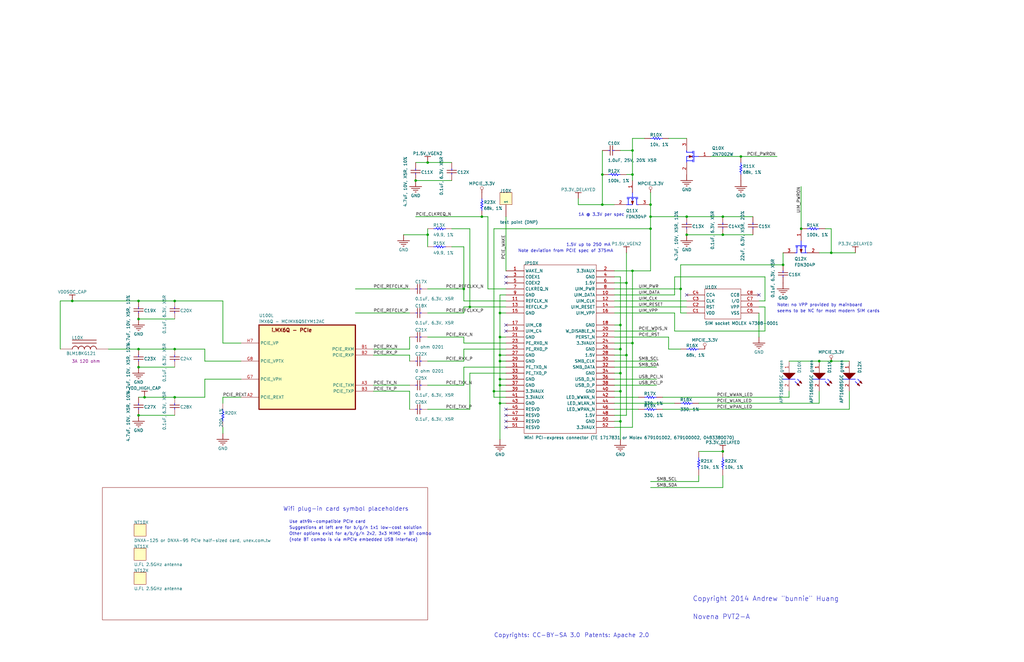
<source format=kicad_sch>
(kicad_sch (version 20230121) (generator eeschema)
  (paper "B")
  (junction (at 261.62 147.32))
  (junction (at 210.82 142.24))
  (junction (at 330.2 111.76))
  (junction (at 350.52 106.68))
  (junction (at 274.32 86.36))
  (junction (at 274.32 96.52))
  (junction (at 289.56 99.06))
  (junction (at 254 86.36))
  (junction (at 337.82 96.52))
  (junction (at 58.42 134.62))
  (junction (at 58.42 175.26))
  (junction (at 73.66 167.64))
  (junction (at 264.16 149.86))
  (junction (at 261.62 165.1))
  (junction (at 266.7 63.5))
  (junction (at 287.02 121.92))
  (junction (at 210.82 152.4))
  (junction (at 350.52 152.4))
  (junction (at 30.48 127))
  (junction (at 261.62 157.48))
  (junction (at 261.62 137.16))
  (junction (at 312.42 66.04))
  (junction (at 210.82 170.18))
  (junction (at 304.8 91.44))
  (junction (at 175.26 76.2))
  (junction (at 304.8 99.06))
  (junction (at 210.82 132.08))
  (junction (at 210.82 162.56))
  (junction (at 58.42 154.94))
  (junction (at 266.7 114.3))
  (junction (at 180.34 68.58))
  (junction (at 180.34 99.06))
  (junction (at 208.28 165.1))
  (junction (at 210.82 160.02))
  (junction (at 345.44 152.4))
  (junction (at 60.96 167.64))
  (junction (at 289.56 91.44))
  (junction (at 304.8 190.5))
  (junction (at 266.7 144.78))
  (junction (at 73.66 147.32))
  (junction (at 195.58 121.92))
  (junction (at 58.42 147.32))
  (junction (at 203.2 91.44))
  (junction (at 261.62 177.8))
  (junction (at 210.82 149.86))
  (junction (at 198.12 129.54))
  (junction (at 73.66 127))
  (junction (at 58.42 127))
  (junction (at 254 73.66))
  (junction (at 274.32 91.44))
  (junction (at 266.7 73.66))
  (junction (at 264.16 119.38))
  (no_connect (at 213.36 116.84))
  (no_connect (at 213.36 139.7))
  (no_connect (at 213.36 137.16))
  (no_connect (at 320.04 124.46))
  (no_connect (at 213.36 177.8))
  (no_connect (at 213.36 175.26))
  (no_connect (at 289.56 124.46))
  (no_connect (at 213.36 180.34))
  (no_connect (at 213.36 172.72))
  (no_connect (at 213.36 119.38))
  (wire (pts (xy 294.64 170.18) (xy 345.44 170.18)) (stroke (width 0.254)))
  (wire (pts (xy 284.48 124.46) (xy 284.48 116.84)) (stroke (width 0.254)))
  (wire (pts (xy 274.32 114.3) (xy 266.7 114.3)) (stroke (width 0.254)))
  (wire (pts (xy 259.08 152.4) (xy 276.86 152.4)) (stroke (width 0.254)))
  (wire (pts (xy 266.7 144.78) (xy 259.08 144.78)) (stroke (width 0.254)))
  (wire (pts (xy 175.26 76.2) (xy 190.5 76.2)) (stroke (width 0.254)))
  (wire (pts (xy 172.72 149.86) (xy 172.72 152.4)) (stroke (width 0.254)))
  (wire (pts (xy 195.58 121.92) (xy 195.58 104.14)) (stroke (width 0.254)))
  (wire (pts (xy 304.8 91.44) (xy 317.5 91.44)) (stroke (width 0.254)))
  (wire (pts (xy 195.58 152.4) (xy 180.34 152.4)) (stroke (width 0.254)))
  (wire (pts (xy 274.32 96.52) (xy 274.32 114.3)) (stroke (width 0.254)))
  (wire (pts (xy 259.08 170.18) (xy 284.48 170.18)) (stroke (width 0.254)))
  (wire (pts (xy 299.72 66.04) (xy 312.42 66.04)) (stroke (width 0.254)))
  (wire (pts (xy 259.08 162.56) (xy 276.86 162.56)) (stroke (width 0.254)))
  (wire (pts (xy 73.66 167.64) (xy 60.96 167.64)) (stroke (width 0.254)))
  (wire (pts (xy 172.72 165.1) (xy 172.72 172.72)) (stroke (width 0.254)))
  (wire (pts (xy 330.2 111.76) (xy 330.2 106.68)) (stroke (width 0.254)))
  (wire (pts (xy 264.16 119.38) (xy 259.08 119.38)) (stroke (width 0.254)))
  (wire (pts (xy 337.82 96.52) (xy 337.82 78.74)) (stroke (width 0.254)))
  (wire (pts (xy 157.48 165.1) (xy 172.72 165.1)) (stroke (width 0.254)))
  (wire (pts (xy 93.98 127) (xy 93.98 144.78)) (stroke (width 0.254)))
  (wire (pts (xy 210.82 162.56) (xy 213.36 162.56)) (stroke (width 0.254)))
  (wire (pts (xy 264.16 175.26) (xy 264.16 149.86)) (stroke (width 0.254)))
  (wire (pts (xy 195.58 162.56) (xy 195.58 154.94)) (stroke (width 0.254)))
  (wire (pts (xy 172.72 121.92) (xy 149.86 121.92)) (stroke (width 0.254)))
  (wire (pts (xy 210.82 132.08) (xy 213.36 132.08)) (stroke (width 0.254)))
  (wire (pts (xy 347.98 96.52) (xy 350.52 96.52)) (stroke (width 0.254)))
  (wire (pts (xy 261.62 157.48) (xy 261.62 147.32)) (stroke (width 0.254)))
  (wire (pts (xy 259.08 142.24) (xy 281.94 142.24)) (stroke (width 0.254)))
  (wire (pts (xy 266.7 76.2) (xy 266.7 73.66)) (stroke (width 0.254)))
  (wire (pts (xy 213.36 160.02) (xy 210.82 160.02)) (stroke (width 0.254)))
  (wire (pts (xy 198.12 129.54) (xy 198.12 96.52)) (stroke (width 0.254)))
  (wire (pts (xy 289.56 91.44) (xy 304.8 91.44)) (stroke (width 0.254)))
  (wire (pts (xy 259.08 147.32) (xy 261.62 147.32)) (stroke (width 0.254)))
  (wire (pts (xy 269.24 172.72) (xy 259.08 172.72)) (stroke (width 0.254)))
  (wire (pts (xy 274.32 91.44) (xy 289.56 91.44)) (stroke (width 0.254)))
  (wire (pts (xy 243.84 86.36) (xy 243.84 83.82)) (stroke (width 0.254)))
  (wire (pts (xy 345.44 152.4) (xy 350.52 152.4)) (stroke (width 0.254)))
  (wire (pts (xy 73.66 147.32) (xy 86.36 147.32)) (stroke (width 0.254)))
  (wire (pts (xy 332.74 167.64) (xy 332.74 165.1)) (stroke (width 0.254)))
  (wire (pts (xy 274.32 203.2) (xy 294.64 203.2)) (stroke (width 0.254)))
  (wire (pts (xy 259.08 129.54) (xy 289.56 129.54)) (stroke (width 0.254)))
  (wire (pts (xy 198.12 157.48) (xy 198.12 172.72)) (stroke (width 0.254)))
  (wire (pts (xy 259.08 154.94) (xy 276.86 154.94)) (stroke (width 0.254)))
  (wire (pts (xy 312.42 66.04) (xy 327.66 66.04)) (stroke (width 0.254)))
  (wire (pts (xy 274.32 91.44) (xy 274.32 96.52)) (stroke (width 0.254)))
  (wire (pts (xy 304.8 205.74) (xy 304.8 200.66)) (stroke (width 0.254)))
  (wire (pts (xy 175.26 68.58) (xy 180.34 68.58)) (stroke (width 0.254)))
  (wire (pts (xy 101.6 160.02) (xy 86.36 160.02)) (stroke (width 0.254)))
  (wire (pts (xy 157.48 147.32) (xy 172.72 147.32)) (stroke (width 0.254)))
  (wire (pts (xy 172.72 132.08) (xy 149.86 132.08)) (stroke (width 0.254)))
  (wire (pts (xy 259.08 86.36) (xy 254 86.36)) (stroke (width 0.254)))
  (wire (pts (xy 93.98 170.18) (xy 93.98 167.64)) (stroke (width 0.254)))
  (wire (pts (xy 203.2 91.44) (xy 175.26 91.44)) (stroke (width 0.254)))
  (wire (pts (xy 259.08 121.92) (xy 287.02 121.92)) (stroke (width 0.254)))
  (wire (pts (xy 210.82 152.4) (xy 213.36 152.4)) (stroke (width 0.254)))
  (wire (pts (xy 30.48 127) (xy 58.42 127)) (stroke (width 0.254)))
  (wire (pts (xy 287.02 121.92) (xy 287.02 111.76)) (stroke (width 0.254)))
  (wire (pts (xy 279.4 172.72) (xy 358.14 172.72)) (stroke (width 0.254)))
  (wire (pts (xy 259.08 132.08) (xy 284.48 132.08)) (stroke (width 0.254)))
  (wire (pts (xy 157.48 149.86) (xy 172.72 149.86)) (stroke (width 0.254)))
  (wire (pts (xy 195.58 104.14) (xy 190.5 104.14)) (stroke (width 0.254)))
  (wire (pts (xy 180.34 104.14) (xy 180.34 99.06)) (stroke (width 0.254)))
  (wire (pts (xy 345.44 106.68) (xy 350.52 106.68)) (stroke (width 0.254)))
  (wire (pts (xy 58.42 175.26) (xy 73.66 175.26)) (stroke (width 0.254)))
  (wire (pts (xy 304.8 99.06) (xy 289.56 99.06)) (stroke (width 0.254)))
  (wire (pts (xy 210.82 152.4) (xy 210.82 149.86)) (stroke (width 0.254)))
  (wire (pts (xy 208.28 167.64) (xy 208.28 165.1)) (stroke (width 0.254)))
  (wire (pts (xy 269.24 167.64) (xy 259.08 167.64)) (stroke (width 0.254)))
  (wire (pts (xy 294.64 203.2) (xy 294.64 200.66)) (stroke (width 0.254)))
  (wire (pts (xy 266.7 58.42) (xy 271.78 58.42)) (stroke (width 0.254)))
  (wire (pts (xy 25.4 127) (xy 30.48 127)) (stroke (width 0.254)))
  (wire (pts (xy 259.08 157.48) (xy 261.62 157.48)) (stroke (width 0.254)))
  (wire (pts (xy 213.36 114.3) (xy 213.36 91.44)) (stroke (width 0.254)))
  (wire (pts (xy 261.62 177.8) (xy 261.62 165.1)) (stroke (width 0.254)))
  (wire (pts (xy 274.32 205.74) (xy 304.8 205.74)) (stroke (width 0.254)))
  (wire (pts (xy 287.02 121.92) (xy 287.02 132.08)) (stroke (width 0.254)))
  (wire (pts (xy 264.16 149.86) (xy 264.16 119.38)) (stroke (width 0.254)))
  (wire (pts (xy 195.58 144.78) (xy 213.36 144.78)) (stroke (width 0.254)))
  (wire (pts (xy 210.82 149.86) (xy 210.82 142.24)) (stroke (width 0.254)))
  (wire (pts (xy 350.52 152.4) (xy 358.14 152.4)) (stroke (width 0.254)))
  (wire (pts (xy 274.32 81.28) (xy 274.32 86.36)) (stroke (width 0.254)))
  (wire (pts (xy 259.08 137.16) (xy 261.62 137.16)) (stroke (width 0.254)))
  (wire (pts (xy 259.08 165.1) (xy 261.62 165.1)) (stroke (width 0.254)))
  (wire (pts (xy 86.36 152.4) (xy 101.6 152.4)) (stroke (width 0.254)))
  (wire (pts (xy 266.7 63.5) (xy 266.7 58.42)) (stroke (width 0.254)))
  (wire (pts (xy 266.7 180.34) (xy 266.7 144.78)) (stroke (width 0.254)))
  (wire (pts (xy 210.82 170.18) (xy 210.82 162.56)) (stroke (width 0.254)))
  (wire (pts (xy 213.36 129.54) (xy 198.12 129.54)) (stroke (width 0.254)))
  (wire (pts (xy 279.4 167.64) (xy 332.74 167.64)) (stroke (width 0.254)))
  (wire (pts (xy 86.36 147.32) (xy 86.36 152.4)) (stroke (width 0.254)))
  (wire (pts (xy 320.04 132.08) (xy 320.04 142.24)) (stroke (width 0.254)))
  (wire (pts (xy 60.96 167.64) (xy 58.42 167.64)) (stroke (width 0.254)))
  (wire (pts (xy 195.58 129.54) (xy 195.58 132.08)) (stroke (width 0.254)))
  (wire (pts (xy 172.72 147.32) (xy 172.72 142.24)) (stroke (width 0.254)))
  (wire (pts (xy 264.16 119.38) (xy 264.16 106.68)) (stroke (width 0.254)))
  (wire (pts (xy 350.52 96.52) (xy 350.52 106.68)) (stroke (width 0.254)))
  (wire (pts (xy 284.48 132.08) (xy 284.48 139.7)) (stroke (width 0.254)))
  (wire (pts (xy 322.58 116.84) (xy 322.58 127)) (stroke (width 0.254)))
  (wire (pts (xy 294.64 190.5) (xy 304.8 190.5)) (stroke (width 0.254)))
  (wire (pts (xy 210.82 149.86) (xy 213.36 149.86)) (stroke (width 0.254)))
  (wire (pts (xy 259.08 124.46) (xy 284.48 124.46)) (stroke (width 0.254)))
  (wire (pts (xy 322.58 139.7) (xy 322.58 129.54)) (stroke (width 0.254)))
  (wire (pts (xy 180.34 162.56) (xy 195.58 162.56)) (stroke (width 0.254)))
  (wire (pts (xy 213.36 157.48) (xy 198.12 157.48)) (stroke (width 0.254)))
  (wire (pts (xy 287.02 132.08) (xy 289.56 132.08)) (stroke (width 0.254)))
  (wire (pts (xy 58.42 127) (xy 73.66 127)) (stroke (width 0.254)))
  (wire (pts (xy 287.02 111.76) (xy 330.2 111.76)) (stroke (width 0.254)))
  (wire (pts (xy 281.94 142.24) (xy 281.94 147.32)) (stroke (width 0.254)))
  (wire (pts (xy 195.58 147.32) (xy 195.58 152.4)) (stroke (width 0.254)))
  (wire (pts (xy 93.98 182.88) (xy 93.98 180.34)) (stroke (width 0.254)))
  (wire (pts (xy 259.08 127) (xy 289.56 127)) (stroke (width 0.254)))
  (wire (pts (xy 58.42 134.62) (xy 73.66 134.62)) (stroke (width 0.254)))
  (wire (pts (xy 210.82 142.24) (xy 210.82 132.08)) (stroke (width 0.254)))
  (wire (pts (xy 195.58 121.92) (xy 195.58 127)) (stroke (width 0.254)))
  (wire (pts (xy 254 73.66) (xy 254 86.36)) (stroke (width 0.254)))
  (wire (pts (xy 180.34 99.06) (xy 170.18 99.06)) (stroke (width 0.254)))
  (wire (pts (xy 266.7 73.66) (xy 266.7 63.5)) (stroke (width 0.254)))
  (wire (pts (xy 266.7 114.3) (xy 266.7 144.78)) (stroke (width 0.254)))
  (wire (pts (xy 259.08 114.3) (xy 266.7 114.3)) (stroke (width 0.254)))
  (wire (pts (xy 210.82 124.46) (xy 213.36 124.46)) (stroke (width 0.254)))
  (wire (pts (xy 195.58 142.24) (xy 195.58 144.78)) (stroke (width 0.254)))
  (wire (pts (xy 281.94 58.42) (xy 289.56 58.42)) (stroke (width 0.254)))
  (wire (pts (xy 198.12 96.52) (xy 190.5 96.52)) (stroke (width 0.254)))
  (wire (pts (xy 210.82 170.18) (xy 210.82 185.42)) (stroke (width 0.254)))
  (wire (pts (xy 317.5 99.06) (xy 304.8 99.06)) (stroke (width 0.254)))
  (wire (pts (xy 86.36 167.64) (xy 73.66 167.64)) (stroke (width 0.254)))
  (wire (pts (xy 210.82 132.08) (xy 210.82 124.46)) (stroke (width 0.254)))
  (wire (pts (xy 210.82 160.02) (xy 210.82 162.56)) (stroke (width 0.254)))
  (wire (pts (xy 210.82 160.02) (xy 210.82 152.4)) (stroke (width 0.254)))
  (wire (pts (xy 93.98 167.64) (xy 101.6 167.64)) (stroke (width 0.254)))
  (wire (pts (xy 213.36 147.32) (xy 195.58 147.32)) (stroke (width 0.254)))
  (wire (pts (xy 210.82 142.24) (xy 213.36 142.24)) (stroke (width 0.254)))
  (wire (pts (xy 259.08 177.8) (xy 261.62 177.8)) (stroke (width 0.254)))
  (wire (pts (xy 58.42 154.94) (xy 73.66 154.94)) (stroke (width 0.254)))
  (wire (pts (xy 259.08 180.34) (xy 266.7 180.34)) (stroke (width 0.254)))
  (wire (pts (xy 274.32 96.52) (xy 208.28 96.52)) (stroke (width 0.254)))
  (wire (pts (xy 358.14 172.72) (xy 358.14 165.1)) (stroke (width 0.254)))
  (wire (pts (xy 198.12 172.72) (xy 180.34 172.72)) (stroke (width 0.254)))
  (wire (pts (xy 332.74 152.4) (xy 345.44 152.4)) (stroke (width 0.254)))
  (wire (pts (xy 93.98 144.78) (xy 101.6 144.78)) (stroke (width 0.254)))
  (wire (pts (xy 195.58 154.94) (xy 213.36 154.94)) (stroke (width 0.254)))
  (wire (pts (xy 208.28 96.52) (xy 208.28 165.1)) (stroke (width 0.254)))
  (wire (pts (xy 259.08 175.26) (xy 264.16 175.26)) (stroke (width 0.254)))
  (wire (pts (xy 205.74 91.44) (xy 203.2 91.44)) (stroke (width 0.254)))
  (wire (pts (xy 281.94 147.32) (xy 287.02 147.32)) (stroke (width 0.254)))
  (wire (pts (xy 261.62 137.16) (xy 261.62 116.84)) (stroke (width 0.254)))
  (wire (pts (xy 73.66 127) (xy 93.98 127)) (stroke (width 0.254)))
  (wire (pts (xy 261.62 63.5) (xy 266.7 63.5)) (stroke (width 0.254)))
  (wire (pts (xy 254 86.36) (xy 243.84 86.36)) (stroke (width 0.254)))
  (wire (pts (xy 86.36 160.02) (xy 86.36 167.64)) (stroke (width 0.254)))
  (wire (pts (xy 345.44 170.18) (xy 345.44 165.1)) (stroke (width 0.254)))
  (wire (pts (xy 259.08 160.02) (xy 276.86 160.02)) (stroke (width 0.254)))
  (wire (pts (xy 213.36 170.18) (xy 210.82 170.18)) (stroke (width 0.254)))
  (wire (pts (xy 180.34 121.92) (xy 195.58 121.92)) (stroke (width 0.254)))
  (wire (pts (xy 208.28 165.1) (xy 213.36 165.1)) (stroke (width 0.254)))
  (wire (pts (xy 195.58 127) (xy 213.36 127)) (stroke (width 0.254)))
  (wire (pts (xy 261.62 165.1) (xy 261.62 157.48)) (stroke (width 0.254)))
  (wire (pts (xy 157.48 162.56) (xy 172.72 162.56)) (stroke (width 0.254)))
  (wire (pts (xy 213.36 121.92) (xy 205.74 121.92)) (stroke (width 0.254)))
  (wire (pts (xy 25.4 147.32) (xy 25.4 127)) (stroke (width 0.254)))
  (wire (pts (xy 350.52 106.68) (xy 360.68 106.68)) (stroke (width 0.254)))
  (wire (pts (xy 180.34 68.58) (xy 190.5 68.58)) (stroke (width 0.254)))
  (wire (pts (xy 264.16 149.86) (xy 259.08 149.86)) (stroke (width 0.254)))
  (wire (pts (xy 180.34 142.24) (xy 195.58 142.24)) (stroke (width 0.254)))
  (wire (pts (xy 261.62 116.84) (xy 259.08 116.84)) (stroke (width 0.254)))
  (wire (pts (xy 195.58 132.08) (xy 180.34 132.08)) (stroke (width 0.254)))
  (wire (pts (xy 45.72 147.32) (xy 58.42 147.32)) (stroke (width 0.254)))
  (wire (pts (xy 284.48 139.7) (xy 322.58 139.7)) (stroke (width 0.254)))
  (wire (pts (xy 261.62 147.32) (xy 261.62 137.16)) (stroke (width 0.254)))
  (wire (pts (xy 205.74 121.92) (xy 205.74 91.44)) (stroke (width 0.254)))
  (wire (pts (xy 259.08 139.7) (xy 276.86 139.7)) (stroke (width 0.254)))
  (wire (pts (xy 284.48 116.84) (xy 322.58 116.84)) (stroke (width 0.254)))
  (wire (pts (xy 180.34 99.06) (xy 180.34 96.52)) (stroke (width 0.254)))
  (wire (pts (xy 266.7 73.66) (xy 264.16 73.66)) (stroke (width 0.254)))
  (wire (pts (xy 322.58 127) (xy 320.04 127)) (stroke (width 0.254)))
  (wire (pts (xy 58.42 147.32) (xy 73.66 147.32)) (stroke (width 0.254)))
  (wire (pts (xy 213.36 167.64) (xy 208.28 167.64)) (stroke (width 0.254)))
  (wire (pts (xy 198.12 129.54) (xy 195.58 129.54)) (stroke (width 0.254)))
  (wire (pts (xy 274.32 86.36) (xy 274.32 91.44)) (stroke (width 0.254)))
  (wire (pts (xy 254 63.5) (xy 254 73.66)) (stroke (width 0.254)))
  (wire (pts (xy 261.62 177.8) (xy 261.62 185.42)) (stroke (width 0.254)))
  (wire (pts (xy 322.58 129.54) (xy 320.04 129.54)) (stroke (width 0.254)))
  (rectangle (start 180.34 205.74) (end 43.18 261.62) (stroke (width 0) (color 128 0 0 1)))
  (text "1A @ 3.3V per spec" (at 243.84 91.44 0) (effects (font (size 1.27 1.27)) (justify left bottom)))
  (text "Novena PVT2-A" (at 292.1 261.62 0) (effects (font (size 2.032 2.032)) (justify left bottom)))
  (text "Use ath9k-compatible PCIe card" (at 121.92 220.98 0) (effects (font (size 1.27 1.27)) (justify left bottom)))
  (text "Other options exist for a/b/g/n 2x2, 3x3 MIMO + BT combo" (at 121.92 226.06 0) (effects (font (size 1.27 1.27)) (justify left bottom)))
  (text "Copyright 2014 Andrew \"bunnie\" Huang" (at 292.1 254 0) (effects (font (size 2.032 2.032)) (justify left bottom)))
  (text "Note: no VPP provided by mainboard" (at 327.66 129.54 0) (effects (font (size 1.27 1.27)) (justify left bottom)))
  (text "1.5V up to 250 mA" (at 238.76 104.14 0) (effects (font (size 1.27 1.27)) (justify left bottom)))
  (text "Note deviation from PCIE spec of 375mA" (at 218.44 106.68 0) (effects (font (size 1.27 1.27)) (justify left bottom)))
  (text "seems to be NC for most modern SIM cards" (at 327.66 132.08 0) (effects (font (size 1.27 1.27)) (justify left bottom)))
  (text "(note BT combo is via mPCIe embedded USB interface)" (at 121.92 228.6 0) (effects (font (size 1.27 1.27)) (justify left bottom)))
  (text "Copyrights: CC-BY-SA 3.0" (at 208.28 269.24 0) (effects (font (size 1.778 1.778)) (justify left bottom)))
  (text "Suggestions at left are for b/g/n 1x1 low-cost solution" (at 121.92 223.52 0) (effects (font (size 1.27 1.27)) (justify left bottom)))
  (text "Wifi plug-in card symbol placeholders" (at 119.38 215.9 0) (effects (font (size 1.778 1.778)) (justify left bottom)))
  (text "Patents: Apache 2.0" (at 246.38 269.24 0) (effects (font (size 1.778 1.778)) (justify left bottom)))
  (label "PCIE_WDIS_N" (at 269.24 139.7 0))
  (label "UIM_VPP" (at 269.24 132.08 0))
  (label "PCIE_REFCLK_N" (at 157.48 121.92 0))
  (label "PCIE_PWRON" (at 314.96 66.04 0))
  (label "SMB_SDA" (at 269.24 154.94 0))
  (label "PCIE_WAKE" (at 213.36 99.06 270))
  (label "SMB_SCL" (at 269.24 152.4 0))
  (label "UIM_CLK" (at 269.24 127 0))
  (label "PCIE_WWAN_LED" (at 302.26 167.64 0))
  (label "UIM_PWRON" (at 337.82 78.74 270))
  (label "PCIE_TX_N" (at 157.48 162.56 0))
  (label "PCIE_RST" (at 269.24 142.24 0))
  (label "PCIE_REFCLK_P" (at 157.48 132.08 0))
  (label "PCIE_CLKREQ_N" (at 175.26 91.44 0))
  (label "PCIE_WPAN_LED" (at 302.26 172.72 0))
  (label "PCIE_REXT" (at 93.98 167.64 0))
  (label "PCIE_REFCLKX_P" (at 187.96 132.08 0))
  (label "USB_PCI_N" (at 269.24 160.02 0))
  (label "PCIE_RXX_N" (at 187.96 142.24 0))
  (label "PCIE_RX_P" (at 157.48 149.86 0))
  (label "SMB_SCL" (at 276.86 203.2 0))
  (label "UIM_RESET" (at 269.24 129.54 0))
  (label "PCIE_TXX_N" (at 187.96 162.56 0))
  (label "PCIE_TX_P" (at 157.48 165.1 0))
  (label "USB_PCI_P" (at 269.24 162.56 0))
  (label "UIM_PWR" (at 269.24 121.92 0))
  (label "PCIE_RX_N" (at 157.48 147.32 0))
  (label "PCIE_RXX_P" (at 187.96 152.4 0))
  (label "UIM_DATA" (at 269.24 124.46 0))
  (label "PCIE_TXX_P" (at 187.96 172.72 0))
  (label "PCIE_REFCLKX_N" (at 187.96 121.92 0))
  (label "SMB_SDA" (at 276.86 205.74 0))
  (label "PCIE_WLAN_LED" (at 302.26 170.18 0))
  (symbol (lib_id "novena_pvt2_KiCAD-altium-import:12mPCIe_3_Cap Semi") (at 60.96 129.54 0) (unit 1)
    (property "Reference" "C19X" (at 60.706 131.826 0) (effects (justify left bottom)))
    (property "Value" "4.7uF, 10V, X5R, 10%" (at 53.34 124.46 90) (effects (justify right top)))
    (property "PUBLISHED" "8-Jun-2000" (effects hide))
    (property "LATESTREVISIONDATE" "17-Jul-2002" (effects hide))
    (property "LATESTREVISIONNOTE" "Re-released for DXP Platform." (effects hide))
    (property "PACKAGEREFERENCE" "C1206" (effects hide))
    (property "PUBLISHER" "Altium Limited" (effects hide))
  )
  (symbol (lib_id "novena_pvt2_KiCAD-altium-import:MPCIE_3.3V") (at 350.52 152.4 180) (unit 1)
    (property "Reference" "#PWR?" (effects hide))
    (property "Value" "MPCIE_3.3V" (at 350.52 148.59 0))
  )
  (symbol (lib_id "novena_pvt2_KiCAD-altium-import:12mPCIe_3_Cap Semi") (at 332.74 114.3 0) (unit 1)
    (property "Reference" "C16X" (at 332.486 116.586 0) (effects (justify left bottom)))
    (property "Value" "0.1uF, 6.3V, X5R" (at 325.12 109.22 90) (effects (justify right top)))
    (property "Footprint" "CAPC0603N_B" (effects hide))
    (property "PUBLISHED" "8-Jun-2000" (effects hide))
    (property "LATESTREVISIONDATE" "17-Jul-2002" (effects hide))
    (property "LATESTREVISIONNOTE" "Re-released for DXP Platform." (effects hide))
    (property "PACKAGEREFERENCE" "C1206" (effects hide))
    (property "PUBLISHER" "Altium Limited" (effects hide))
  )
  (symbol (lib_id "novena_pvt2_KiCAD-altium-import:GND") (at 58.42 175.26 0) (unit 1)
    (property "Reference" "#PWR?" (effects hide))
    (property "Value" "GND" (at 58.42 181.61 0))
  )
  (symbol (lib_id "novena_pvt2_KiCAD-altium-import:12mPCIe_0_PCIMX6Q6VV1A") (at 109.22 137.16 0) (unit 12)
    (property "Reference" "U100" (at 109.22 133.858 0) (effects (justify left bottom)))
    (property "Value" "iMX6Q - MCIMX6Q5EYM12AC" (at 109.22 136.398 0) (effects (justify left bottom)))
    (property "AGILE_PN" "TMP-WF-14526" (effects hide))
    (property "MFG_NAME01" "Freescale Semiconductor" (effects hide))
    (property "MFG_PN01" "PCIMX6Q6VV1A" (effects hide))
    (property "ROHS" "Yes" (effects hide))
    (property "PRE_APN" "344-01218" (effects hide))
    (property "HEIGHT" "2.16MM" (effects hide))
  )
  (symbol (lib_id "novena_pvt2_KiCAD-altium-import:P1.5V_VGEN2") (at 264.16 106.68 180) (unit 1)
    (property "Reference" "#PWR?" (effects hide))
    (property "Value" "P1.5V_VGEN2" (at 264.16 102.87 0))
  )
  (symbol (lib_id "novena_pvt2_KiCAD-altium-import:12mPCIe_1_CON1") (at 210.82 86.36 0) (unit 1)
    (property "Reference" "J10X" (at 210.82 81.28 0) (effects (justify left bottom)))
    (property "Value" "test point (DNP)" (at 210.82 94.488 0) (effects (justify left bottom)))
    (property "Footprint" "TP_SMT_38mil" (effects hide))
  )
  (symbol (lib_id "novena_pvt2_KiCAD-altium-import:12mPCIe_2_Cap Semi") (at 259.08 66.04 0) (unit 1)
    (property "Reference" "C10X" (at 256.286 61.214 0) (effects (justify left bottom)))
    (property "Value" "1.0uF, 25V, 20% X5R" (at 256.286 68.401 0) (effects (justify left bottom)))
    (property "Footprint" "CAPC1608N" (effects hide))
    (property "PUBLISHED" "8-Jun-2000" (effects hide))
    (property "LATESTREVISIONDATE" "17-Jul-2002" (effects hide))
    (property "LATESTREVISIONNOTE" "Re-released for DXP Platform." (effects hide))
    (property "PACKAGEREFERENCE" "C1206" (effects hide))
    (property "PUBLISHER" "Altium Limited" (effects hide))
  )
  (symbol (lib_id "novena_pvt2_KiCAD-altium-import:12mPCIe_3_Res1") (at 314.96 68.58 0) (unit 1)
    (property "Reference" "R11X" (at 313.182 70.866 0) (effects (justify left bottom)))
    (property "Value" "68k, 1%" (at 313.182 73.406 0) (effects (justify left bottom)))
    (property "Footprint" "RESC1005N" (effects hide))
    (property "PUBLISHED" "8-Jun-2000" (effects hide))
    (property "LATESTREVISIONDATE" "17-Jul-2002" (effects hide))
    (property "LATESTREVISIONNOTE" "Re-released for DXP Platform." (effects hide))
    (property "PACKAGEREFERENCE" "AXIAL-0.3" (effects hide))
    (property "PUBLISHER" "Altium Limited" (effects hide))
    (property "ALTIUM_VALUE" "100k" (effects hide))
  )
  (symbol (lib_id "novena_pvt2_KiCAD-altium-import:12mPCIe_0_NOTE") (at 56.515 226.252 0) (unit 1)
    (property "Reference" "NT10X" (at 56.515 221.172 0) (effects (justify left bottom)))
    (property "Value" "DNXA-125 or DNXA-95 PCIe half-sized card, unex.com.tw" (at 56.515 228.792 0) (effects (justify left bottom)))
  )
  (symbol (lib_id "novena_pvt2_KiCAD-altium-import:12mPCIe_3_mirrored_MOSFET-P") (at 335.28 101.6 0) (unit 1)
    (property "Reference" "Q12X" (at 335.026 109.982 0) (effects (justify left bottom)))
    (property "Value" "FDN304P" (at 335.026 112.522 0) (effects (justify left bottom)))
    (property "Footprint" "SOT23-3N" (effects hide))
    (property "PUBLISHED" "8-Jun-2000" (effects hide))
    (property "LATESTREVISIONDATE" "17-Jul-2002" (effects hide))
    (property "LATESTREVISIONNOTE" "Re-released for DXP Platform." (effects hide))
    (property "PACKAGEVERSION" "1995/1996" (effects hide))
    (property "PACKAGEREFERENCE" "E3" (effects hide))
    (property "PUBLISHER" "Altium Limited" (effects hide))
    (property "PACKAGEDESCRIPTION" "TO, Flat Index; 3 In-Line, Axial Leads; Body Dia. 4.6mm; Lead Dia. 0.5 mm (max)" (effects hide))
  )
  (symbol (lib_id "novena_pvt2_KiCAD-altium-import:12mPCIe_3_Cap Semi") (at 307.34 93.98 0) (unit 1)
    (property "Reference" "C14X" (at 307.086 96.266 0) (effects (justify left bottom)))
    (property "Value" "0.1uF, 6.3V, X5R" (at 299.72 88.9 90) (effects (justify right top)))
    (property "Footprint" "CAPC0603N_B" (effects hide))
    (property "PUBLISHED" "8-Jun-2000" (effects hide))
    (property "LATESTREVISIONDATE" "17-Jul-2002" (effects hide))
    (property "LATESTREVISIONNOTE" "Re-released for DXP Platform." (effects hide))
    (property "PACKAGEREFERENCE" "C1206" (effects hide))
    (property "PUBLISHER" "Altium Limited" (effects hide))
  )
  (symbol (lib_id "novena_pvt2_KiCAD-altium-import:12mPCIe_1_Res1") (at 292.1 198.12 0) (unit 1)
    (property "Reference" "R21X" (at 295.402 195.326 0) (effects (justify left bottom)))
    (property "Value" "10k, 1%" (at 295.402 197.866 0) (effects (justify left bottom)))
    (property "PUBLISHED" "8-Jun-2000" (effects hide))
    (property "LATESTREVISIONDATE" "17-Jul-2002" (effects hide))
    (property "LATESTREVISIONNOTE" "Re-released for DXP Platform." (effects hide))
    (property "PACKAGEREFERENCE" "AXIAL-0.3" (effects hide))
    (property "PUBLISHER" "Altium Limited" (effects hide))
    (property "ALTIUM_VALUE" "100k" (effects hide))
  )
  (symbol (lib_id "novena_pvt2_KiCAD-altium-import:VDDSOC_CAP") (at 30.48 127 180) (unit 1)
    (property "Reference" "#PWR?" (effects hide))
    (property "Value" "VDDSOC_CAP" (at 30.48 123.19 0))
  )
  (symbol (lib_id "novena_pvt2_KiCAD-altium-import:12mPCIe_0_Res1") (at 287.02 167.64 0) (unit 1)
    (property "Reference" "R18X" (at 286.766 169.418 0) (effects (justify left bottom)))
    (property "Value" "330, 1%" (at 286.766 173.482 0) (effects (justify left bottom)))
    (property "Footprint" "RESC1005N" (effects hide))
    (property "PUBLISHED" "8-Jun-2000" (effects hide))
    (property "LATESTREVISIONDATE" "17-Jul-2002" (effects hide))
    (property "LATESTREVISIONNOTE" "Re-released for DXP Platform." (effects hide))
    (property "PACKAGEREFERENCE" "AXIAL-0.3" (effects hide))
    (property "PUBLISHER" "Altium Limited" (effects hide))
    (property "ALTIUM_VALUE" "100k" (effects hide))
  )
  (symbol (lib_id "novena_pvt2_KiCAD-altium-import:12mPCIe_1_Res1") (at 302.26 198.12 0) (unit 1)
    (property "Reference" "R22X" (at 305.562 195.326 0) (effects (justify left bottom)))
    (property "Value" "10k, 1%" (at 305.562 197.866 0) (effects (justify left bottom)))
    (property "Footprint" "RESC1005N" (effects hide))
    (property "PUBLISHED" "8-Jun-2000" (effects hide))
    (property "LATESTREVISIONDATE" "17-Jul-2002" (effects hide))
    (property "LATESTREVISIONNOTE" "Re-released for DXP Platform." (effects hide))
    (property "PACKAGEREFERENCE" "AXIAL-0.3" (effects hide))
    (property "PUBLISHER" "Altium Limited" (effects hide))
    (property "ALTIUM_VALUE" "100k" (effects hide))
  )
  (symbol (lib_id "novena_pvt2_KiCAD-altium-import:P3.3V_DELAYED") (at 360.68 106.68 180) (unit 1)
    (property "Reference" "#PWR?" (effects hide))
    (property "Value" "P3.3V_DELAYED" (at 360.68 102.87 0))
  )
  (symbol (lib_id "novena_pvt2_KiCAD-altium-import:12mPCIe_2_Cap Semi") (at 177.8 144.78 0) (unit 1)
    (property "Reference" "C21X" (at 175.006 139.954 0) (effects (justify left bottom)))
    (property "Value" "0 ohm 0201" (at 175.006 147.141 0) (effects (justify left bottom)))
    (property "Footprint" "CAPC0603N_B" (effects hide))
    (property "PUBLISHED" "8-Jun-2000" (effects hide))
    (property "LATESTREVISIONDATE" "17-Jul-2002" (effects hide))
    (property "LATESTREVISIONNOTE" "Re-released for DXP Platform." (effects hide))
    (property "PACKAGEREFERENCE" "C1206" (effects hide))
    (property "PUBLISHER" "Altium Limited" (effects hide))
  )
  (symbol (lib_id "novena_pvt2_KiCAD-altium-import:MPCIE_3.3V") (at 274.32 81.28 180) (unit 1)
    (property "Reference" "#PWR?" (effects hide))
    (property "Value" "MPCIE_3.3V" (at 274.32 77.47 0))
  )
  (symbol (lib_id "novena_pvt2_KiCAD-altium-import:GND") (at 58.42 154.94 0) (unit 1)
    (property "Reference" "#PWR?" (effects hide))
    (property "Value" "GND" (at 58.42 161.29 0))
  )
  (symbol (lib_id "novena_pvt2_KiCAD-altium-import:12mPCIe_2_Cap Semi") (at 177.8 175.26 0) (unit 1)
    (property "Reference" "C26X" (at 175.006 170.434 0) (effects (justify left bottom)))
    (property "Value" "0.1uF, 6.3V, X5R" (at 175.006 177.621 0) (effects (justify left bottom)))
    (property "Footprint" "CAPC0603N_B" (effects hide))
    (property "PUBLISHED" "8-Jun-2000" (effects hide))
    (property "LATESTREVISIONDATE" "17-Jul-2002" (effects hide))
    (property "LATESTREVISIONNOTE" "Re-released for DXP Platform." (effects hide))
    (property "PACKAGEREFERENCE" "C1206" (effects hide))
    (property "PUBLISHER" "Altium Limited" (effects hide))
  )
  (symbol (lib_id "novena_pvt2_KiCAD-altium-import:GND") (at 312.42 76.2 0) (unit 1)
    (property "Reference" "#PWR?" (effects hide))
    (property "Value" "GND" (at 312.42 82.55 0))
  )
  (symbol (lib_id "novena_pvt2_KiCAD-altium-import:12mPCIe_3_Cap Semi") (at 320.04 93.98 0) (unit 1)
    (property "Reference" "C15X" (at 319.786 96.266 0) (effects (justify left bottom)))
    (property "Value" "22uF, 6.3V, X5R, 20%" (at 312.42 88.9 90) (effects (justify right top)))
    (property "Footprint" "CAPC1608N_HD" (effects hide))
    (property "PUBLISHED" "8-Jun-2000" (effects hide))
    (property "LATESTREVISIONDATE" "17-Jul-2002" (effects hide))
    (property "LATESTREVISIONNOTE" "Re-released for DXP Platform." (effects hide))
    (property "PACKAGEREFERENCE" "C1206" (effects hide))
    (property "PUBLISHER" "Altium Limited" (effects hide))
  )
  (symbol (lib_id "novena_pvt2_KiCAD-altium-import:VDD_HIGH_CAP") (at 60.96 167.64 180) (unit 1)
    (property "Reference" "#PWR?" (effects hide))
    (property "Value" "VDD_HIGH_CAP" (at 60.96 163.83 0))
  )
  (symbol (lib_id "novena_pvt2_KiCAD-altium-import:12mPCIe_3_Cap Semi") (at 60.96 170.18 0) (unit 1)
    (property "Reference" "C27X" (at 60.706 172.466 0) (effects (justify left bottom)))
    (property "Value" "4.7uF, 10V, X5R, 10%" (at 53.34 165.1 90) (effects (justify right top)))
    (property "Footprint" "CAPC1608N_HD" (effects hide))
    (property "PUBLISHED" "8-Jun-2000" (effects hide))
    (property "LATESTREVISIONDATE" "17-Jul-2002" (effects hide))
    (property "LATESTREVISIONNOTE" "Re-released for DXP Platform." (effects hide))
    (property "PACKAGEREFERENCE" "C1206" (effects hide))
    (property "PUBLISHER" "Altium Limited" (effects hide))
  )
  (symbol (lib_id "novena_pvt2_KiCAD-altium-import:12mPCIe_3_Cap Semi") (at 76.2 149.86 0) (unit 1)
    (property "Reference" "C24X" (at 75.946 152.146 0) (effects (justify left bottom)))
    (property "Value" "0.1uF, 6.3V, X5R" (at 68.58 144.78 90) (effects (justify right top)))
    (property "Footprint" "CAPC0603N_B" (effects hide))
    (property "PUBLISHED" "8-Jun-2000" (effects hide))
    (property "LATESTREVISIONDATE" "17-Jul-2002" (effects hide))
    (property "LATESTREVISIONNOTE" "Re-released for DXP Platform." (effects hide))
    (property "PACKAGEREFERENCE" "C1206" (effects hide))
    (property "PUBLISHER" "Altium Limited" (effects hide))
  )
  (symbol (lib_id "novena_pvt2_KiCAD-altium-import:12mPCIe_0_Res1") (at 271.78 170.18 0) (unit 1)
    (property "Reference" "R19X" (at 271.526 171.958 0) (effects (justify left bottom)))
    (property "Value" "330, 1%" (at 271.526 176.022 0) (effects (justify left bottom)))
    (property "Footprint" "RESC1005N" (effects hide))
    (property "PUBLISHED" "8-Jun-2000" (effects hide))
    (property "LATESTREVISIONDATE" "17-Jul-2002" (effects hide))
    (property "LATESTREVISIONNOTE" "Re-released for DXP Platform." (effects hide))
    (property "PACKAGEREFERENCE" "AXIAL-0.3" (effects hide))
    (property "PUBLISHER" "Altium Limited" (effects hide))
    (property "ALTIUM_VALUE" "100k" (effects hide))
  )
  (symbol (lib_id "novena_pvt2_KiCAD-altium-import:12mPCIe_2_Cap Semi") (at 177.8 124.46 0) (unit 1)
    (property "Reference" "C17X" (at 175.006 119.634 0) (effects (justify left bottom)))
    (property "Value" "0.1uF, 6.3V, X5R" (at 175.006 126.821 0) (effects (justify left bottom)))
    (property "Footprint" "CAPC0603N_B" (effects hide))
    (property "PUBLISHED" "8-Jun-2000" (effects hide))
    (property "LATESTREVISIONDATE" "17-Jul-2002" (effects hide))
    (property "LATESTREVISIONNOTE" "Re-released for DXP Platform." (effects hide))
    (property "PACKAGEREFERENCE" "C1206" (effects hide))
    (property "PUBLISHER" "Altium Limited" (effects hide))
  )
  (symbol (lib_id "novena_pvt2_KiCAD-altium-import:12mPCIe_2_Res1") (at 187.96 106.68 0) (unit 1)
    (property "Reference" "R15X" (at 182.626 103.378 0) (effects (justify left bottom)))
    (property "Value" "49.9, 1%" (at 182.626 107.442 0) (effects (justify left bottom)))
    (property "Footprint" "RESC1005N" (effects hide))
    (property "PUBLISHED" "8-Jun-2000" (effects hide))
    (property "LATESTREVISIONDATE" "17-Jul-2002" (effects hide))
    (property "LATESTREVISIONNOTE" "Re-released for DXP Platform." (effects hide))
    (property "PACKAGEREFERENCE" "AXIAL-0.3" (effects hide))
    (property "PUBLISHER" "Altium Limited" (effects hide))
    (property "ALTIUM_VALUE" "100k" (effects hide))
  )
  (symbol (lib_id "novena_pvt2_KiCAD-altium-import:12mPCIe_3_LED2") (at 360.68 157.48 0) (unit 1)
    (property "Reference" "D12X" (at 363.22 157.48 90) (effects (justify left bottom)))
    (property "Value" "APT1608SGC green" (at 355.6 170.18 90) (effects (justify left bottom)))
    (property "Footprint" "CD1608-0603" (effects hide))
    (property "PUBLISHED" "8-Jun-2000" (effects hide))
    (property "LATESTREVISIONDATE" "17-Jul-2002" (effects hide))
    (property "LATESTREVISIONNOTE" "Re-released for DXP Platform." (effects hide))
    (property "PACKAGEVERSION" "Feb-2002" (effects hide))
    (property "PACKAGEREFERENCE" "3.2X1.6X1.1" (effects hide))
    (property "PUBLISHER" "Altium Limited" (effects hide))
  )
  (symbol (lib_id "novena_pvt2_KiCAD-altium-import:GND") (at 289.56 73.66 0) (unit 1)
    (property "Reference" "#PWR?" (effects hide))
    (property "Value" "GND" (at 289.56 80.01 0))
  )
  (symbol (lib_id "novena_pvt2_KiCAD-altium-import:P3.3V_DELAYED") (at 304.8 190.5 180) (unit 1)
    (property "Reference" "#PWR?" (effects hide))
    (property "Value" "P3.3V_DELAYED" (at 304.8 186.69 0))
  )
  (symbol (lib_id "novena_pvt2_KiCAD-altium-import:12mPCIe_2_Res1") (at 345.44 99.06 0) (unit 1)
    (property "Reference" "R14X" (at 340.106 95.758 0) (effects (justify left bottom)))
    (property "Value" "100k, 1%" (at 340.106 99.822 0) (effects (justify left bottom)))
    (property "Footprint" "RESC1005N" (effects hide))
    (property "PUBLISHED" "8-Jun-2000" (effects hide))
    (property "LATESTREVISIONDATE" "17-Jul-2002" (effects hide))
    (property "LATESTREVISIONNOTE" "Re-released for DXP Platform." (effects hide))
    (property "PACKAGEREFERENCE" "AXIAL-0.3" (effects hide))
    (property "PUBLISHER" "Altium Limited" (effects hide))
    (property "ALTIUM_VALUE" "100k" (effects hide))
  )
  (symbol (lib_id "novena_pvt2_KiCAD-altium-import:GND") (at 210.82 185.42 0) (unit 1)
    (property "Reference" "#PWR?" (effects hide))
    (property "Value" "GND" (at 210.82 191.77 0))
  )
  (symbol (lib_id "novena_pvt2_KiCAD-altium-import:12mPCIe_0_Res1") (at 274.32 55.88 0) (unit 1)
    (property "Reference" "R10X" (at 274.066 57.658 0) (effects (justify left bottom)))
    (property "Value" "10k, 1%" (at 274.066 61.722 0) (effects (justify left bottom)))
    (property "Footprint" "RESC1005N" (effects hide))
    (property "PUBLISHED" "8-Jun-2000" (effects hide))
    (property "LATESTREVISIONDATE" "17-Jul-2002" (effects hide))
    (property "LATESTREVISIONNOTE" "Re-released for DXP Platform." (effects hide))
    (property "PACKAGEREFERENCE" "AXIAL-0.3" (effects hide))
    (property "PUBLISHER" "Altium Limited" (effects hide))
    (property "ALTIUM_VALUE" "100k" (effects hide))
  )
  (symbol (lib_id "novena_pvt2_KiCAD-altium-import:GND") (at 170.18 99.06 0) (unit 1)
    (property "Reference" "#PWR?" (effects hide))
    (property "Value" "GND" (at 170.18 105.41 0))
  )
  (symbol (lib_id "novena_pvt2_KiCAD-altium-import:12mPCIe_2_Cap Semi") (at 177.8 134.62 0) (unit 1)
    (property "Reference" "C18X" (at 175.006 129.794 0) (effects (justify left bottom)))
    (property "Value" "0.1uF, 6.3V, X5R" (at 175.006 136.981 0) (effects (justify left bottom)))
    (property "Footprint" "CAPC0603N_B" (effects hide))
    (property "PUBLISHED" "8-Jun-2000" (effects hide))
    (property "LATESTREVISIONDATE" "17-Jul-2002" (effects hide))
    (property "LATESTREVISIONNOTE" "Re-released for DXP Platform." (effects hide))
    (property "PACKAGEREFERENCE" "C1206" (effects hide))
    (property "PUBLISHER" "Altium Limited" (effects hide))
  )
  (symbol (lib_id "novena_pvt2_KiCAD-altium-import:12mPCIe_0_NOTE") (at 56.515 236.412 0) (unit 1)
    (property "Reference" "NT11X" (at 56.515 231.332 0) (effects (justify left bottom)))
    (property "Value" "U.FL 2.5GHz antenna" (at 56.515 238.952 0) (effects (justify left bottom)))
  )
  (symbol (lib_id "novena_pvt2_KiCAD-altium-import:12mPCIe_0_Inductor Iron") (at 30.48 144.78 0) (unit 1)
    (property "Reference" "L10X" (at 30.226 143.256 0) (effects (justify left bottom)))
    (property "Value" "BLM18KG121" (at 27.94 149.86 0) (effects (justify left bottom)))
    (property "Footprint" "INDC1608AN" (effects hide))
    (property "PUBLISHED" "24-Mar-1999" (effects hide))
    (property "LATESTREVISIONDATE" "17-Jul-2002" (effects hide))
    (property "LATESTREVISIONNOTE" "Re-released for DXP Platform." (effects hide))
    (property "PACKAGEREFERENCE" "AXIAL-0.9" (effects hide))
    (property "PUBLISHER" "Altium Limited" (effects hide))
    (property "ALTIUM_VALUE" "3A 120 ohm" (at 30.226 153.162 0) (effects (justify left bottom)))
  )
  (symbol (lib_id "novena_pvt2_KiCAD-altium-import:12mPCIe_3_Cap Semi") (at 76.2 170.18 0) (unit 1)
    (property "Reference" "C28X" (at 75.946 172.466 0) (effects (justify left bottom)))
    (property "Value" "0.1uF, 6.3V, X5R" (at 68.58 165.1 90) (effects (justify right top)))
    (property "Footprint" "CAPC0603N_B" (effects hide))
    (property "PUBLISHED" "8-Jun-2000" (effects hide))
    (property "LATESTREVISIONDATE" "17-Jul-2002" (effects hide))
    (property "LATESTREVISIONNOTE" "Re-released for DXP Platform." (effects hide))
    (property "PACKAGEREFERENCE" "C1206" (effects hide))
    (property "PUBLISHER" "Altium Limited" (effects hide))
  )
  (symbol (lib_id "novena_pvt2_KiCAD-altium-import:12mPCIe_3_LED2") (at 347.98 157.48 0) (unit 1)
    (property "Reference" "D11X" (at 350.52 157.48 90) (effects (justify left bottom)))
    (property "Value" "APT1608SGC green" (at 342.9 170.18 90) (effects (justify left bottom)))
    (property "PUBLISHED" "8-Jun-2000" (effects hide))
    (property "LATESTREVISIONDATE" "17-Jul-2002" (effects hide))
    (property "LATESTREVISIONNOTE" "Re-released for DXP Platform." (effects hide))
    (property "PACKAGEVERSION" "Feb-2002" (effects hide))
    (property "PACKAGEREFERENCE" "3.2X1.6X1.1" (effects hide))
    (property "PUBLISHER" "Altium Limited" (effects hide))
  )
  (symbol (lib_id "novena_pvt2_KiCAD-altium-import:12mPCIe_3_Cap Semi") (at 60.96 149.86 0) (unit 1)
    (property "Reference" "C23X" (at 60.706 152.146 0) (effects (justify left bottom)))
    (property "Value" "4.7uF, 10V, X5R, 10%" (at 53.34 144.78 90) (effects (justify right top)))
    (property "Footprint" "CAPC1608N_HD" (effects hide))
    (property "PUBLISHED" "8-Jun-2000" (effects hide))
    (property "LATESTREVISIONDATE" "17-Jul-2002" (effects hide))
    (property "LATESTREVISIONNOTE" "Re-released for DXP Platform." (effects hide))
    (property "PACKAGEREFERENCE" "C1206" (effects hide))
    (property "PUBLISHER" "Altium Limited" (effects hide))
  )
  (symbol (lib_id "novena_pvt2_KiCAD-altium-import:12mPCIe_3_LED2") (at 335.28 157.48 0) (unit 1)
    (property "Reference" "D10X" (at 337.82 157.48 90) (effects (justify left bottom)))
    (property "Value" "APT1608SGC green" (at 330.2 170.18 90) (effects (justify left bottom)))
    (property "Footprint" "CD1608-0603" (effects hide))
    (property "PUBLISHED" "8-Jun-2000" (effects hide))
    (property "LATESTREVISIONDATE" "17-Jul-2002" (effects hide))
    (property "LATESTREVISIONNOTE" "Re-released for DXP Platform." (effects hide))
    (property "PACKAGEVERSION" "Feb-2002" (effects hide))
    (property "PACKAGEREFERENCE" "3.2X1.6X1.1" (effects hide))
    (property "PUBLISHER" "Altium Limited" (effects hide))
  )
  (symbol (lib_id "novena_pvt2_KiCAD-altium-import:12mPCIe_2_Cap Semi") (at 177.8 165.1 0) (unit 1)
    (property "Reference" "C25X" (at 175.006 160.274 0) (effects (justify left bottom)))
    (property "Value" "0.1uF, 6.3V, X5R" (at 175.006 167.461 0) (effects (justify left bottom)))
    (property "Footprint" "CAPC0603N_B" (effects hide))
    (property "PUBLISHED" "8-Jun-2000" (effects hide))
    (property "LATESTREVISIONDATE" "17-Jul-2002" (effects hide))
    (property "LATESTREVISIONNOTE" "Re-released for DXP Platform." (effects hide))
    (property "PACKAGEREFERENCE" "C1206" (effects hide))
    (property "PUBLISHER" "Altium Limited" (effects hide))
  )
  (symbol (lib_id "novena_pvt2_KiCAD-altium-import:12mPCIe_0_NOTE") (at 56.515 246.572 0) (unit 1)
    (property "Reference" "NT12X" (at 56.515 241.492 0) (effects (justify left bottom)))
    (property "Value" "U.FL 2.5GHz antenna" (at 56.515 249.112 0) (effects (justify left bottom)))
  )
  (symbol (lib_id "novena_pvt2_KiCAD-altium-import:12mPCIe_1_Res1") (at 200.66 88.9 0) (unit 1)
    (property "Reference" "R23X" (at 203.962 86.106 0) (effects (justify left bottom)))
    (property "Value" "68k, 1%" (at 203.962 88.646 0) (effects (justify left bottom)))
    (property "Footprint" "RESC1005N" (effects hide))
    (property "PUBLISHED" "8-Jun-2000" (effects hide))
    (property "LATESTREVISIONDATE" "17-Jul-2002" (effects hide))
    (property "LATESTREVISIONNOTE" "Re-released for DXP Platform." (effects hide))
    (property "PACKAGEREFERENCE" "AXIAL-0.3" (effects hide))
    (property "PUBLISHER" "Altium Limited" (effects hide))
    (property "ALTIUM_VALUE" "100k" (effects hide))
  )
  (symbol (lib_id "novena_pvt2_KiCAD-altium-import:GND") (at 58.42 134.62 0) (unit 1)
    (property "Reference" "#PWR?" (effects hide))
    (property "Value" "GND" (at 58.42 140.97 0))
  )
  (symbol (lib_id "novena_pvt2_KiCAD-altium-import:P1.5V_VGEN2") (at 180.34 68.58 180) (unit 1)
    (property "Reference" "#PWR?" (effects hide))
    (property "Value" "P1.5V_VGEN2" (at 180.34 64.77 0))
  )
  (symbol (lib_id "novena_pvt2_KiCAD-altium-import:GND") (at 175.26 76.2 0) (unit 1)
    (property "Reference" "#PWR?" (effects hide))
    (property "Value" "GND" (at 175.26 82.55 0))
  )
  (symbol (lib_id "novena_pvt2_KiCAD-altium-import:12mPCIe_0_MINI_PCIE") (at 220.98 114.3 0) (unit 1)
    (property "Reference" "JP10X" (at 220.98 111.76 0) (effects (justify left bottom)))
    (property "Value" "Mini PCI-express connector (TE 1717831 or Molex 679101002, 679100002, 0483380070)" (at 220.98 185.42 0) (effects (justify left bottom)))
    (property "Footprint" "MPCI_FULL_TE_1717831" (effects hide))
  )
  (symbol (lib_id "novena_pvt2_KiCAD-altium-import:12mPCIe_3_Cap Semi") (at 193.04 71.12 0) (unit 1)
    (property "Reference" "C12X" (at 192.786 73.406 0) (effects (justify left bottom)))
    (property "Value" "0.1uF, 6.3V, X5R" (at 185.42 66.04 90) (effects (justify right top)))
    (property "Footprint" "CAPC0603N_B" (effects hide))
    (property "PUBLISHED" "8-Jun-2000" (effects hide))
    (property "LATESTREVISIONDATE" "17-Jul-2002" (effects hide))
    (property "LATESTREVISIONNOTE" "Re-released for DXP Platform." (effects hide))
    (property "PACKAGEREFERENCE" "C1206" (effects hide))
    (property "PUBLISHER" "Altium Limited" (effects hide))
  )
  (symbol (lib_id "novena_pvt2_KiCAD-altium-import:GND") (at 289.56 99.06 0) (unit 1)
    (property "Reference" "#PWR?" (effects hide))
    (property "Value" "GND" (at 289.56 105.41 0))
  )
  (symbol (lib_id "novena_pvt2_KiCAD-altium-import:12mPCIe_0_ISO7816 (SIM card)") (at 297.18 124.46 0) (unit 1)
    (property "Reference" "U10X" (at 297.18 121.92 0) (effects (justify left bottom)))
    (property "Value" "SIM socket MOLEX 47308-0001" (at 297.18 137.16 0) (effects (justify left bottom)))
    (property "Footprint" "MOLEX_SIM_47308-001" (effects hide))
  )
  (symbol (lib_id "novena_pvt2_KiCAD-altium-import:12mPCIe_0_Res1") (at 271.78 165.1 0) (unit 1)
    (property "Reference" "R17X" (at 271.526 166.878 0) (effects (justify left bottom)))
    (property "Value" "330, 1%" (at 271.526 170.942 0) (effects (justify left bottom)))
    (property "Footprint" "RESC1005N" (effects hide))
    (property "PUBLISHED" "8-Jun-2000" (effects hide))
    (property "LATESTREVISIONDATE" "17-Jul-2002" (effects hide))
    (property "LATESTREVISIONNOTE" "Re-released for DXP Platform." (effects hide))
    (property "PACKAGEREFERENCE" "AXIAL-0.3" (effects hide))
    (property "PUBLISHER" "Altium Limited" (effects hide))
    (property "ALTIUM_VALUE" "100k" (effects hide))
  )
  (symbol (lib_id "novena_pvt2_KiCAD-altium-import:12mPCIe_3_Cap Semi") (at 292.1 93.98 0) (unit 1)
    (property "Reference" "C13X" (at 291.846 96.266 0) (effects (justify left bottom)))
    (property "Value" "4.7uF, 10V, X5R, 10%" (at 284.48 88.9 90) (effects (justify right top)))
    (property "Footprint" "CAPC1608N" (effects hide))
    (property "PUBLISHED" "8-Jun-2000" (effects hide))
    (property "LATESTREVISIONDATE" "17-Jul-2002" (effects hide))
    (property "LATESTREVISIONNOTE" "Re-released for DXP Platform." (effects hide))
    (property "PACKAGEREFERENCE" "C1206" (effects hide))
    (property "PUBLISHER" "Altium Limited" (effects hide))
  )
  (symbol (lib_id "novena_pvt2_KiCAD-altium-import:P3.3V_DELAYED") (at 243.84 83.82 180) (unit 1)
    (property "Reference" "#PWR?" (effects hide))
    (property "Value" "P3.3V_DELAYED" (at 243.84 80.01 0))
  )
  (symbol (lib_id "novena_pvt2_KiCAD-altium-import:GND") (at 261.62 185.42 0) (unit 1)
    (property "Reference" "#PWR?" (effects hide))
    (property "Value" "GND" (at 261.62 191.77 0))
  )
  (symbol (lib_id "novena_pvt2_KiCAD-altium-import:12mPCIe_1_Res1") (at 91.44 177.8 0) (unit 1)
    (property "Reference" "R20X" (at 94.742 175.006 0) (effects (justify left bottom)))
    (property "Value" "200, 1%" (at 93.98 180.34 90) (effects (justify left bottom)))
    (property "Footprint" "RESC1005N" (effects hide))
    (property "PUBLISHED" "8-Jun-2000" (effects hide))
    (property "LATESTREVISIONDATE" "17-Jul-2002" (effects hide))
    (property "LATESTREVISIONNOTE" "Re-released for DXP Platform." (effects hide))
    (property "PACKAGEREFERENCE" "AXIAL-0.3" (effects hide))
    (property "PUBLISHER" "Altium Limited" (effects hide))
    (property "ALTIUM_VALUE" "100k" (effects hide))
  )
  (symbol (lib_id "novena_pvt2_KiCAD-altium-import:12mPCIe_2_Res1") (at 261.62 76.2 0) (unit 1)
    (property "Reference" "R12X" (at 256.286 72.898 0) (effects (justify left bottom)))
    (property "Value" "100k, 1%" (at 256.286 76.962 0) (effects (justify left bottom)))
    (property "PUBLISHED" "8-Jun-2000" (effects hide))
    (property "LATESTREVISIONDATE" "17-Jul-2002" (effects hide))
    (property "LATESTREVISIONNOTE" "Re-released for DXP Platform." (effects hide))
    (property "PACKAGEREFERENCE" "AXIAL-0.3" (effects hide))
    (property "PUBLISHER" "Altium Limited" (effects hide))
    (property "ALTIUM_VALUE" "100k" (effects hide))
  )
  (symbol (lib_id "novena_pvt2_KiCAD-altium-import:GND") (at 330.2 119.38 0) (unit 1)
    (property "Reference" "#PWR?" (effects hide))
    (property "Value" "GND" (at 330.2 125.73 0))
  )
  (symbol (lib_id "novena_pvt2_KiCAD-altium-import:MPCIE_3.3V") (at 203.2 81.28 180) (unit 1)
    (property "Reference" "#PWR?" (effects hide))
    (property "Value" "MPCIE_3.3V" (at 203.2 77.47 0))
  )
  (symbol (lib_id "novena_pvt2_KiCAD-altium-import:12mPCIe_0_mirrored_MOSFET-N") (at 294.64 63.5 0) (unit 1)
    (property "Reference" "Q10X" (at 300.228 63.246 0) (effects (justify left bottom)))
    (property "Value" "2N7002W" (at 300.228 65.786 0) (effects (justify left bottom)))
    (property "Footprint" "SOT323-3AN" (effects hide))
    (property "PUBLISHED" "8-Jun-2000" (effects hide))
    (property "LATESTREVISIONDATE" "17-Jul-2002" (effects hide))
    (property "LATESTREVISIONNOTE" "Re-released for DXP Platform." (effects hide))
    (property "PACKAGEVERSION" "1995/1996" (effects hide))
    (property "PACKAGEREFERENCE" "E3" (effects hide))
    (property "PUBLISHER" "Altium Limited" (effects hide))
  )
  (symbol (lib_id "novena_pvt2_KiCAD-altium-import:12mPCIe_2_Res1") (at 294.64 149.86 0) (unit 1)
    (property "Reference" "R16X" (at 289.306 146.558 0) (effects (justify left bottom)))
    (property "Value" "68k, 1%" (at 289.306 150.622 0) (effects (justify left bottom)))
    (property "Footprint" "RESC1005N" (effects hide))
    (property "PUBLISHED" "8-Jun-2000" (effects hide))
    (property "LATESTREVISIONDATE" "17-Jul-2002" (effects hide))
    (property "LATESTREVISIONNOTE" "Re-released for DXP Platform." (effects hide))
    (property "PACKAGEREFERENCE" "AXIAL-0.3" (effects hide))
    (property "PUBLISHER" "Altium Limited" (effects hide))
    (property "ALTIUM_VALUE" "100k" (effects hide))
  )
  (symbol (lib_id "novena_pvt2_KiCAD-altium-import:12mPCIe_2_Res1") (at 187.96 99.06 0) (unit 1)
    (property "Reference" "R13X" (at 182.626 95.758 0) (effects (justify left bottom)))
    (property "Value" "49.9, 1%" (at 182.626 99.822 0) (effects (justify left bottom)))
    (property "Footprint" "RESC1005N" (effects hide))
    (property "PUBLISHED" "8-Jun-2000" (effects hide))
    (property "LATESTREVISIONDATE" "17-Jul-2002" (effects hide))
    (property "LATESTREVISIONNOTE" "Re-released for DXP Platform." (effects hide))
    (property "PACKAGEREFERENCE" "AXIAL-0.3" (effects hide))
    (property "PUBLISHER" "Altium Limited" (effects hide))
    (property "ALTIUM_VALUE" "100k" (effects hide))
  )
  (symbol (lib_id "novena_pvt2_KiCAD-altium-import:12mPCIe_2_Cap Semi") (at 177.8 154.94 0) (unit 1)
    (property "Reference" "C22X" (at 175.006 150.114 0) (effects (justify left bottom)))
    (property "Value" "0 ohm 0201" (at 175.006 157.301 0) (effects (justify left bottom)))
    (property "Footprint" "CAPC0603N_B" (effects hide))
    (property "PUBLISHED" "8-Jun-2000" (effects hide))
    (property "LATESTREVISIONDATE" "17-Jul-2002" (effects hide))
    (property "LATESTREVISIONNOTE" "Re-released for DXP Platform." (effects hide))
    (property "PACKAGEREFERENCE" "C1206" (effects hide))
    (property "PUBLISHER" "Altium Limited" (effects hide))
  )
  (symbol (lib_id "novena_pvt2_KiCAD-altium-import:12mPCIe_3_Cap Semi") (at 76.2 129.54 0) (unit 1)
    (property "Reference" "C20X" (at 75.946 131.826 0) (effects (justify left bottom)))
    (property "Value" "0.1uF, 6.3V, X5R" (at 68.58 124.46 90) (effects (justify right top)))
    (property "Footprint" "CAPC0603N_B" (effects hide))
    (property "PUBLISHED" "8-Jun-2000" (effects hide))
    (property "LATESTREVISIONDATE" "17-Jul-2002" (effects hide))
    (property "LATESTREVISIONNOTE" "Re-released for DXP Platform." (effects hide))
    (property "PACKAGEREFERENCE" "C1206" (effects hide))
    (property "PUBLISHER" "Altium Limited" (effects hide))
  )
  (symbol (lib_id "novena_pvt2_KiCAD-altium-import:GND") (at 93.98 182.88 0) (unit 1)
    (property "Reference" "#PWR?" (effects hide))
    (property "Value" "GND" (at 93.98 189.23 0))
  )
  (symbol (lib_id "novena_pvt2_KiCAD-altium-import:MPCIE_3.3V") (at 297.18 147.32 180) (unit 1)
    (property "Reference" "#PWR?" (effects hide))
    (property "Value" "MPCIE_3.3V" (at 297.18 143.51 0))
  )
  (symbol (lib_id "novena_pvt2_KiCAD-altium-import:12mPCIe_3_Cap Semi") (at 177.8 71.12 0) (unit 1)
    (property "Reference" "C11X" (at 177.546 73.406 0) (effects (justify left bottom)))
    (property "Value" "4.7uF, 10V, X5R, 10%" (at 170.18 66.04 90) (effects (justify right top)))
    (property "Footprint" "CAPC1608N" (effects hide))
    (property "PUBLISHED" "8-Jun-2000" (effects hide))
    (property "LATESTREVISIONDATE" "17-Jul-2002" (effects hide))
    (property "LATESTREVISIONNOTE" "Re-released for DXP Platform." (effects hide))
    (property "PACKAGEREFERENCE" "C1206" (effects hide))
    (property "PUBLISHER" "Altium Limited" (effects hide))
  )
  (symbol (lib_id "novena_pvt2_KiCAD-altium-import:GND") (at 320.04 142.24 0) (unit 1)
    (property "Reference" "#PWR?" (effects hide))
    (property "Value" "GND" (at 320.04 148.59 0))
  )
  (symbol (lib_id "novena_pvt2_KiCAD-altium-import:12mPCIe_3_MOSFET-P") (at 269.24 81.28 0) (unit 1)
    (property "Reference" "Q11X" (at 263.906 89.662 0) (effects (justify left bottom)))
    (property "Value" "FDN304P" (at 263.906 92.202 0) (effects (justify left bottom)))
    (property "Footprint" "SOT23-3N" (effects hide))
    (property "PUBLISHED" "8-Jun-2000" (effects hide))
    (property "LATESTREVISIONDATE" "17-Jul-2002" (effects hide))
    (property "LATESTREVISIONNOTE" "Re-released for DXP Platform." (effects hide))
    (property "PACKAGEVERSION" "1995/1996" (effects hide))
    (property "PACKAGEREFERENCE" "E3" (effects hide))
    (property "PUBLISHER" "Altium Limited" (effects hide))
    (property "PACKAGEDESCRIPTION" "TO, Flat Index; 3 In-Line, Axial Leads; Body Dia. 4.6mm; Lead Dia. 0.5 mm (max)" (effects hide))
  )
)
</source>
